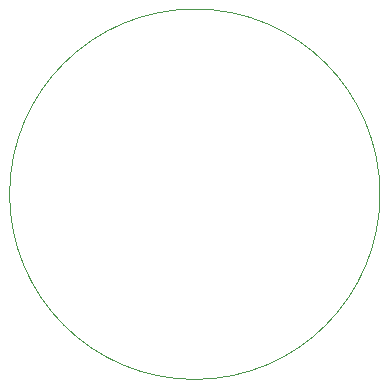
<source format=gbr>
%TF.GenerationSoftware,KiCad,Pcbnew,9.0.6*%
%TF.CreationDate,2025-11-11T17:50:26+05:30*%
%TF.ProjectId,torch_light_portion,746f7263-685f-46c6-9967-68745f706f72,rev?*%
%TF.SameCoordinates,Original*%
%TF.FileFunction,Profile,NP*%
%FSLAX46Y46*%
G04 Gerber Fmt 4.6, Leading zero omitted, Abs format (unit mm)*
G04 Created by KiCad (PCBNEW 9.0.6) date 2025-11-11 17:50:26*
%MOMM*%
%LPD*%
G01*
G04 APERTURE LIST*
%TA.AperFunction,Profile*%
%ADD10C,0.050000*%
%TD*%
G04 APERTURE END LIST*
D10*
X144679858Y-98607945D02*
G75*
G02*
X113320142Y-98607945I-15679858J0D01*
G01*
X113320142Y-98607945D02*
G75*
G02*
X144679858Y-98607945I15679858J0D01*
G01*
M02*

</source>
